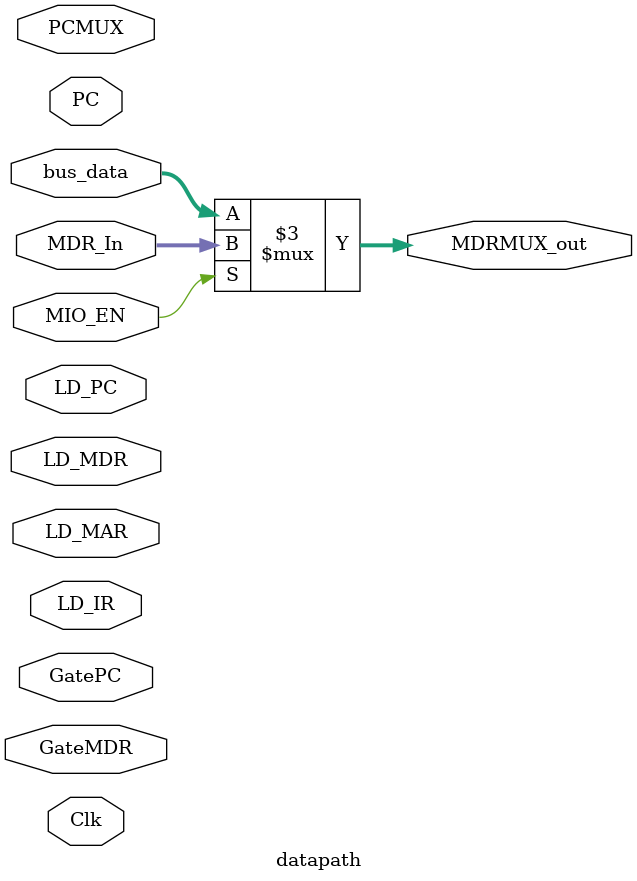
<source format=sv>
module datapath( 		
				input logic Clk,
				input logic [1:0]  PCMUX,
				input logic    GatePC,
									GateMDR,
									//GateALU,
									//GateMARMUX,
									//SR1MUX,
									//SR2MUX,
									//ADDR1MUX,
				//input logic [1:0]  ADDR2MUX,
				//					ALUK,
									LD_MAR,
									LD_MDR,
									LD_PC,
									LD_IR,
				input logic    MIO_EN,
				input logic [15:0] PC, MDR_In, bus_data,
				output logic [15:0] MDRMUX_out
				);

			 
			 
	

always_comb begin
	if (MIO_EN)
			MDRMUX_out = MDR_In;
	else
			MDRMUX_out = bus_data;
	
end

endmodule






</source>
